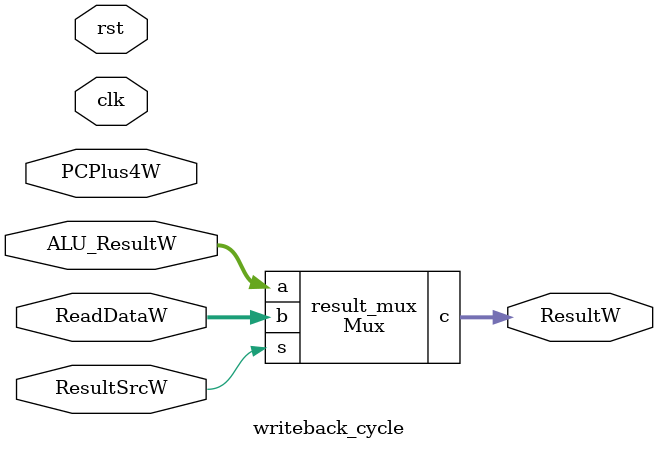
<source format=v>

module ALU(A,B,Result,ALUControl,OverFlow,Carry,Zero,Negative);

    input [31:0]A,B;
    input [2:0]ALUControl;
    output Carry,OverFlow,Zero,Negative;
    output [31:0]Result;

    wire Cout;
    wire [31:0]Sum;

    assign Sum = (ALUControl[0] == 1'b0) ? A + B :
                                          (A + ((~B)+1)) ;
    assign {Cout,Result} = (ALUControl == 3'b000) ? Sum :
                           (ALUControl == 3'b001) ? Sum :
                           (ALUControl == 3'b010) ? A & B :
                           (ALUControl == 3'b011) ? A | B :
                           (ALUControl == 3'b101) ? {{32{1'b0}},(Sum[31])} :
                           {33{1'b0}};
    assign OverFlow = ((Sum[31] ^ A[31]) & 
                      (~(ALUControl[0] ^ B[31] ^ A[31])) &
                      (~ALUControl[1]));
    assign Carry = ((~ALUControl[1]) & Cout);
    assign Zero = &(~Result);
    assign Negative = Result[31];

endmodule

/////////////////////////ALU-DECODER////////////////////////////
module ALU_Decoder(ALUOp,funct3,funct7,op,ALUControl);

    input [1:0]ALUOp;
    input [2:0]funct3;
    input [6:0]funct7,op;
    output [2:0]ALUControl;

    // Method 1 
    // assign ALUControl = (ALUOp == 2'b00) ? 3'b000 :
    //                     (ALUOp == 2'b01) ? 3'b001 :
    //                     (ALUOp == 2'b10) ? ((funct3 == 3'b000) ? ((({op[5],funct7[5]} == 2'b00) | ({op[5],funct7[5]} == 2'b01) | ({op[5],funct7[5]} == 2'b10)) ? 3'b000 : 3'b001) : 
    //                                         (funct3 == 3'b010) ? 3'b101 : 
    //                                         (funct3 == 3'b110) ? 3'b011 : 
    //                                         (funct3 == 3'b111) ? 3'b010 : 3'b000) :
    //                                        3'b000;

    // Method 2
    assign ALUControl = (ALUOp == 2'b00) ? 3'b000 :
                        (ALUOp == 2'b01) ? 3'b001 :
                        ((ALUOp == 2'b10) & (funct3 == 3'b000) & ({op[5],funct7[5]} == 2'b11)) ? 3'b001 : 
                        ((ALUOp == 2'b10) & (funct3 == 3'b000) & ({op[5],funct7[5]} != 2'b11)) ? 3'b000 : 
                        ((ALUOp == 2'b10) & (funct3 == 3'b010)) ? 3'b101 : 
                        ((ALUOp == 2'b10) & (funct3 == 3'b110)) ? 3'b011 : 
                        ((ALUOp == 2'b10) & (funct3 == 3'b111)) ? 3'b010 : 
                                                                  3'b000 ;
endmodule

/////////////////////////////////Control_Unit_Top///////////////////

module Control_Unit_Top(Op,RegWrite,ImmSrc,ALUSrc,MemWrite,ResultSrc,Branch,funct3,funct7,ALUControl);

    input [6:0]Op,funct7;
    input [2:0]funct3;
    output RegWrite,ALUSrc,MemWrite,ResultSrc,Branch;
    output [1:0]ImmSrc;
    output [2:0]ALUControl;

    wire [1:0]ALUOp;

    Main_Decoder Main_Decoder(
                .Op(Op),
                .RegWrite(RegWrite),
                .ImmSrc(ImmSrc),
                .MemWrite(MemWrite),
                .ResultSrc(ResultSrc),
                .Branch(Branch),
                .ALUSrc(ALUSrc),
                .ALUOp(ALUOp)
    );

    ALU_Decoder ALU_Decoder(
                            .ALUOp(ALUOp),
                            .funct3(funct3),
                            .funct7(funct7),
                            .op(Op),
                            .ALUControl(ALUControl)
    );


endmodule

/////////////////////////////Data_Memory////////////////////
module Data_Memory(clk,rst,WE,WD,A,RD);

    input clk,rst,WE;
    input [31:0]A,WD;
    output [31:0]RD;

    reg [31:0] mem [1023:0];

    always @ (posedge clk)
    begin
        if(WE)
            mem[A] <= WD;
    end

    assign RD = (~rst) ? 32'd0 : mem[A];

    initial begin
        mem[0] = 32'h00000000;
        //mem[40] = 32'h00000002;
    end


endmodule

////////////////////////////////Decode_Cyle///////////////
module decode_cycle(clk, rst, InstrD, PCD, PCPlus4D, RegWriteW, RDW, ResultW, RegWriteE, ALUSrcE, MemWriteE, ResultSrcE,
    BranchE,  ALUControlE, RD1_E, RD2_E, Imm_Ext_E, RD_E, PCE, PCPlus4E, RS1_E, RS2_E);

    // Declaring I/O
    input clk, rst, RegWriteW;
    input [4:0] RDW;
    input [31:0] InstrD, PCD, PCPlus4D, ResultW;

    output RegWriteE,ALUSrcE,MemWriteE,ResultSrcE,BranchE;
    output [2:0] ALUControlE;
    output [31:0] RD1_E, RD2_E, Imm_Ext_E;
    output [4:0] RS1_E, RS2_E, RD_E;
    output [31:0] PCE, PCPlus4E;

    // Declare Interim Wires
    wire RegWriteD,ALUSrcD,MemWriteD,ResultSrcD,BranchD;
    wire [1:0] ImmSrcD;
    wire [2:0] ALUControlD;
    wire [31:0] RD1_D, RD2_D, Imm_Ext_D;

    // Declaration of Interim Register
    reg RegWriteD_r,ALUSrcD_r,MemWriteD_r,ResultSrcD_r,BranchD_r;
    reg [2:0] ALUControlD_r;
    reg [31:0] RD1_D_r, RD2_D_r, Imm_Ext_D_r;
    reg [4:0] RD_D_r, RS1_D_r, RS2_D_r;
    reg [31:0] PCD_r, PCPlus4D_r;


    // Initiate the modules
    // Control Unit
    Control_Unit_Top control (
                            .Op(InstrD[6:0]),
                            .RegWrite(RegWriteD),
                            .ImmSrc(ImmSrcD),
                            .ALUSrc(ALUSrcD),
                            .MemWrite(MemWriteD),
                            .ResultSrc(ResultSrcD),
                            .Branch(BranchD),
                            .funct3(InstrD[14:12]),
                            .funct7(InstrD[31:25]),
                            .ALUControl(ALUControlD)
                            );

    // Register File
    Register_File rf (
                        .clk(clk),
                        .rst(rst),
                        .WE3(RegWriteW),
                        .WD3(ResultW),
                        .A1(InstrD[19:15]),
                        .A2(InstrD[24:20]),
                        .A3(RDW),
                        .RD1(RD1_D),
                        .RD2(RD2_D)
                        );

    // Sign Extension
    Sign_Extend extension (
                        .In(InstrD[31:0]),
                        .Imm_Ext(Imm_Ext_D),
                        .ImmSrc(ImmSrcD)
                        );

    // Declaring Register Logic
    always @(posedge clk or negedge rst) begin
        if(rst == 1'b0) begin
            RegWriteD_r <= 1'b0;
            ALUSrcD_r <= 1'b0;
            MemWriteD_r <= 1'b0;
            ResultSrcD_r <= 1'b0;
            BranchD_r <= 1'b0;
            ALUControlD_r <= 3'b000;
            RD1_D_r <= 32'h00000000; 
            RD2_D_r <= 32'h00000000; 
            Imm_Ext_D_r <= 32'h00000000;
            RD_D_r <= 5'h00;
            PCD_r <= 32'h00000000; 
            PCPlus4D_r <= 32'h00000000;
            RS1_D_r <= 5'h00;
            RS2_D_r <= 5'h00;
        end
        else begin
            RegWriteD_r <= RegWriteD;
            ALUSrcD_r <= ALUSrcD;
            MemWriteD_r <= MemWriteD;
            ResultSrcD_r <= ResultSrcD;
            BranchD_r <= BranchD;
            ALUControlD_r <= ALUControlD;
            RD1_D_r <= RD1_D; 
            RD2_D_r <= RD2_D; 
            Imm_Ext_D_r <= Imm_Ext_D;
            RD_D_r <= InstrD[11:7];
            PCD_r <= PCD; 
            PCPlus4D_r <= PCPlus4D;
            RS1_D_r <= InstrD[19:15];
            RS2_D_r <= InstrD[24:20];
        end
    end

    // Output asssign statements
    assign RegWriteE = RegWriteD_r;
    assign ALUSrcE = ALUSrcD_r;
    assign MemWriteE = MemWriteD_r;
    assign ResultSrcE = ResultSrcD_r;
    assign BranchE = BranchD_r;
    assign ALUControlE = ALUControlD_r;
    assign RD1_E = RD1_D_r;
    assign RD2_E = RD2_D_r;
    assign Imm_Ext_E = Imm_Ext_D_r;
    assign RD_E = RD_D_r;
    assign PCE = PCD_r;
    assign PCPlus4E = PCPlus4D_r;
    assign RS1_E = RS1_D_r;
    assign RS2_E = RS2_D_r;

endmodule
//////////////////////////////Execute_Cycle//////////////////////

module execute_cycle(clk, rst, RegWriteE, ALUSrcE, MemWriteE, ResultSrcE, BranchE, ALUControlE, 
    RD1_E, RD2_E, Imm_Ext_E, RD_E, PCE, PCPlus4E, PCSrcE, PCTargetE, RegWriteM, MemWriteM, ResultSrcM, RD_M, PCPlus4M, WriteDataM, ALU_ResultM, ResultW, ForwardA_E, ForwardB_E);

    // Declaration I/Os
    input clk, rst, RegWriteE,ALUSrcE,MemWriteE,ResultSrcE,BranchE;
    input [2:0] ALUControlE;
    input [31:0] RD1_E, RD2_E, Imm_Ext_E;
    input [4:0] RD_E;
    input [31:0] PCE, PCPlus4E;
    input [31:0] ResultW;
    input [1:0] ForwardA_E, ForwardB_E;

    output PCSrcE, RegWriteM, MemWriteM, ResultSrcM;
    output [4:0] RD_M; 
    output [31:0] PCPlus4M, WriteDataM, ALU_ResultM;
    output [31:0] PCTargetE;

    // Declaration of Interim Wires
    wire [31:0] Src_A, Src_B_interim, Src_B;
    wire [31:0] ResultE;
    wire ZeroE;

    // Declaration of Register
    reg RegWriteE_r, MemWriteE_r, ResultSrcE_r;
    reg [4:0] RD_E_r;
    reg [31:0] PCPlus4E_r, RD2_E_r, ResultE_r;

    // Declaration of Modules
    // 3 by 1 Mux for Source A
    Mux_3_by_1 srca_mux (
                        .a(RD1_E),
                        .b(ResultW),
                        .c(ALU_ResultM),
                        .s(ForwardA_E),
                        .d(Src_A)
                        );

    // 3 by 1 Mux for Source B
    Mux_3_by_1 srcb_mux (
                        .a(RD2_E),
                        .b(ResultW),
                        .c(ALU_ResultM),
                        .s(ForwardB_E),
                        .d(Src_B_interim)
                        );
    // ALU Src Mux
    Mux alu_src_mux (
            .a(Src_B_interim),
            .b(Imm_Ext_E),
            .s(ALUSrcE),
            .c(Src_B)
            );

    // ALU Unit
    ALU alu (
            .A(Src_A),
            .B(Src_B),
            .Result(ResultE),
            .ALUControl(ALUControlE),
            .OverFlow(),
            .Carry(),
            .Zero(ZeroE),
            .Negative()
            );

    // Adder
    PC_Adder branch_adder (
            .a(PCE),
            .b(Imm_Ext_E),
            .c(PCTargetE)
            );

    // Register Logic
    always @(posedge clk or negedge rst) begin
        if(rst == 1'b0) begin
            RegWriteE_r <= 1'b0; 
            MemWriteE_r <= 1'b0; 
            ResultSrcE_r <= 1'b0;
            RD_E_r <= 5'h00;
            PCPlus4E_r <= 32'h00000000; 
            RD2_E_r <= 32'h00000000; 
            ResultE_r <= 32'h00000000;
        end
        else begin
            RegWriteE_r <= RegWriteE; 
            MemWriteE_r <= MemWriteE; 
            ResultSrcE_r <= ResultSrcE;
            RD_E_r <= RD_E;
            PCPlus4E_r <= PCPlus4E; 
            RD2_E_r <= Src_B_interim; 
            ResultE_r <= ResultE;
        end
    end

    // Output Assignments
    assign PCSrcE = ZeroE &  BranchE;
    assign RegWriteM = RegWriteE_r;
    assign MemWriteM = MemWriteE_r;
    assign ResultSrcM = ResultSrcE_r;
    assign RD_M = RD_E_r;
    assign PCPlus4M = PCPlus4E_r;
    assign WriteDataM = RD2_E_r;
    assign ALU_ResultM = ResultE_r;

endmodule

/////////////////////////fetch_cycle/////////////////////////

module fetch_cycle(clk, rst, PCSrcE, PCTargetE, InstrD, PCD, PCPlus4D);

    // Declare input & outputs
    input clk, rst;
    input PCSrcE;
    input [31:0] PCTargetE;
    output [31:0] InstrD;
    output [31:0] PCD, PCPlus4D;

    // Declaring interim wires
    wire [31:0] PC_F, PCF, PCPlus4F;
    wire [31:0] InstrF;

    // Declaration of Register
    reg [31:0] InstrF_reg;
    reg [31:0] PCF_reg, PCPlus4F_reg;


    // Initiation of Modules
    // Declare PC Mux
    Mux PC_MUX (.a(PCPlus4F),
                .b(PCTargetE),
                .s(PCSrcE),
                .c(PC_F)
                );

    // Declare PC Counter
    PC_Module Program_Counter (
                .clk(clk),
                .rst(rst),
                .PC(PCF),
                .PC_Next(PC_F)
                );

    // Declare Instruction Memory
    Instruction_Memory IMEM (
                .rst(rst),
                .A(PCF),
                .RD(InstrF)
                );

    // Declare PC adder
    PC_Adder PC_adder (
                .a(PCF),
                .b(32'h00000004),
                .c(PCPlus4F)
                );

    // Fetch Cycle Register Logic
    always @(posedge clk or negedge rst) begin
        if(rst == 1'b0) begin
            InstrF_reg <= 32'h00000000;
            PCF_reg <= 32'h00000000;
            PCPlus4F_reg <= 32'h00000000;
        end
        else begin
            InstrF_reg <= InstrF;
            PCF_reg <= PCF;
            PCPlus4F_reg <= PCPlus4F;
        end
    end


    // Assigning Registers Value to the Output port
    assign  InstrD = (rst == 1'b0) ? 32'h00000000 : InstrF_reg;
    assign  PCD = (rst == 1'b0) ? 32'h00000000 : PCF_reg;
    assign  PCPlus4D = (rst == 1'b0) ? 32'h00000000 : PCPlus4F_reg;


endmodule

/////////////////////////////Hazard_unit////////////////////////////

module hazard_unit(rst, RegWriteM, RegWriteW, RD_M, RD_W, Rs1_E, Rs2_E, ForwardAE, ForwardBE);

    // Declaration of I/Os
    input rst, RegWriteM, RegWriteW;
    input [4:0] RD_M, RD_W, Rs1_E, Rs2_E;
    output [1:0] ForwardAE, ForwardBE;
    
    assign ForwardAE = (rst == 1'b0) ? 2'b00 : 
                       ((RegWriteM == 1'b1) & (RD_M != 5'h00) & (RD_M == Rs1_E)) ? 2'b10 :
                       ((RegWriteW == 1'b1) & (RD_W != 5'h00) & (RD_W == Rs1_E)) ? 2'b01 : 2'b00;
                       
    assign ForwardBE = (rst == 1'b0) ? 2'b00 : 
                       ((RegWriteM == 1'b1) & (RD_M != 5'h00) & (RD_M == Rs2_E)) ? 2'b10 :
                       ((RegWriteW == 1'b1) & (RD_W != 5'h00) & (RD_W == Rs2_E)) ? 2'b01 : 2'b00;

endmodule

///////////////////////////Instruction_Memory////////////////

module Instruction_Memory(rst,A,RD);

  input rst;
  input [31:0]A;
  output [31:0]RD;

  reg [31:0] mem [1023:0];
  
  assign RD = (rst == 1'b0) ? {32{1'b0}} : mem[A[31:2]];

  initial begin
    $readmemh("memfile.hex",mem);
  end


/*
  initial begin
    //mem[0] = 32'hFFC4A303;
    //mem[1] = 32'h00832383;
    // mem[0] = 32'h0064A423;
    // mem[1] = 32'h00B62423;
    mem[0] = 32'h0062E233;
    // mem[1] = 32'h00B62423;

  end
*/
endmodule


/////////////////////////Main_Decoder///////////////////////////

module Main_Decoder(Op,RegWrite,ImmSrc,ALUSrc,MemWrite,ResultSrc,Branch,ALUOp);
    input [6:0]Op;
    output RegWrite,ALUSrc,MemWrite,ResultSrc,Branch;
    output [1:0]ImmSrc,ALUOp;

    assign RegWrite = (Op == 7'b0000011 | Op == 7'b0110011 | Op == 7'b0010011 ) ? 1'b1 :
                                                              1'b0 ;
    assign ImmSrc = (Op == 7'b0100011) ? 2'b01 : 
                    (Op == 7'b1100011) ? 2'b10 :    
                                         2'b00 ;
    assign ALUSrc = (Op == 7'b0000011 | Op == 7'b0100011 | Op == 7'b0010011) ? 1'b1 :
                                                            1'b0 ;
    assign MemWrite = (Op == 7'b0100011) ? 1'b1 :
                                           1'b0 ;
    assign ResultSrc = (Op == 7'b0000011) ? 1'b1 :
                                            1'b0 ;
    assign Branch = (Op == 7'b1100011) ? 1'b1 :
                                         1'b0 ;
    assign ALUOp = (Op == 7'b0110011) ? 2'b10 :
                   (Op == 7'b1100011) ? 2'b01 :
                                        2'b00 ;

endmodule


////////////////////////Memory_Cycle//////////////////////////////

module memory_cycle(clk, rst, RegWriteM, MemWriteM, ResultSrcM, RD_M, PCPlus4M, WriteDataM, 
    ALU_ResultM, RegWriteW, ResultSrcW, RD_W, PCPlus4W, ALU_ResultW, ReadDataW);
    
    // Declaration of I/Os
    input clk, rst, RegWriteM, MemWriteM, ResultSrcM;
    input [4:0] RD_M; 
    input [31:0] PCPlus4M, WriteDataM, ALU_ResultM;

    output RegWriteW, ResultSrcW; 
    output [4:0] RD_W;
    output [31:0] PCPlus4W, ALU_ResultW, ReadDataW;

    // Declaration of Interim Wires
    wire [31:0] ReadDataM;

    // Declaration of Interim Registers
    reg RegWriteM_r, ResultSrcM_r;
    reg [4:0] RD_M_r;
    reg [31:0] PCPlus4M_r, ALU_ResultM_r, ReadDataM_r;

    // Declaration of Module Initiation
    Data_Memory dmem (
                        .clk(clk),
                        .rst(rst),
                        .WE(MemWriteM),
                        .WD(WriteDataM),
                        .A(ALU_ResultM),
                        .RD(ReadDataM)
                    );

    // Memory Stage Register Logic
    always @(posedge clk or negedge rst) begin
        if (rst == 1'b0) begin
            RegWriteM_r <= 1'b0; 
            ResultSrcM_r <= 1'b0;
            RD_M_r <= 5'h00;
            PCPlus4M_r <= 32'h00000000; 
            ALU_ResultM_r <= 32'h00000000; 
            ReadDataM_r <= 32'h00000000;
        end
        else begin
            RegWriteM_r <= RegWriteM; 
            ResultSrcM_r <= ResultSrcM;
            RD_M_r <= RD_M;
            PCPlus4M_r <= PCPlus4M; 
            ALU_ResultM_r <= ALU_ResultM; 
            ReadDataM_r <= ReadDataM;
        end
    end 

    // Declaration of output assignments
    assign RegWriteW = RegWriteM_r;
    assign ResultSrcW = ResultSrcM_r;
    assign RD_W = RD_M_r;
    assign PCPlus4W = PCPlus4M_r;
    assign ALU_ResultW = ALU_ResultM_r;
    assign ReadDataW = ReadDataM_r;

endmodule

///////////////////////////mux//////////////////

module Mux (a,b,s,c);

    input [31:0]a,b;
    input s;
    output [31:0]c;

    assign c = (~s) ? a : b ;
    
endmodule

module Mux_3_by_1 (a,b,c,s,d);
    input [31:0] a,b,c;
    input [1:0] s;
    output [31:0] d;

    assign d = (s == 2'b00) ? a : (s == 2'b01) ? b : (s == 2'b10) ? c : 32'h00000000;
    
endmodule


//////////////////////PC/////////////////////////

module PC_Module(clk,rst,PC,PC_Next);
    input clk,rst;
    input [31:0]PC_Next;
    output [31:0]PC;
    reg [31:0]PC;

    always @(posedge clk)
    begin
        if(rst == 1'b0)
            PC <= {32{1'b0}};
        else
            PC <= PC_Next;
    end
endmodule

////////////////////////PC_Adder////////////////////////
module PC_Adder (a,b,c);

    input [31:0]a,b;
    output [31:0]c;

    assign c = a + b;
    
endmodule



//////////////////////////Pipeline_Top///////////////////////

module Pipeline_top(clk, rst);

    // Declaration of I/O
    input clk, rst;

    // Declaration of Interim Wires
    wire PCSrcE, RegWriteW, RegWriteE, ALUSrcE, MemWriteE, ResultSrcE, BranchE, RegWriteM, MemWriteM, ResultSrcM, ResultSrcW;
    wire [2:0] ALUControlE;
    wire [4:0] RD_E, RD_M, RDW;
    wire [31:0] PCTargetE, InstrD, PCD, PCPlus4D, ResultW, RD1_E, RD2_E, Imm_Ext_E, PCE, PCPlus4E, PCPlus4M, WriteDataM, ALU_ResultM;
    wire [31:0] PCPlus4W, ALU_ResultW, ReadDataW;
    wire [4:0] RS1_E, RS2_E;
    wire [1:0] ForwardBE, ForwardAE;
    

    // Module Initiation
    // Fetch Stage
    fetch_cycle Fetch (
                        .clk(clk), 
                        .rst(rst), 
                        .PCSrcE(PCSrcE), 
                        .PCTargetE(PCTargetE), 
                        .InstrD(InstrD), 
                        .PCD(PCD), 
                        .PCPlus4D(PCPlus4D)
                    );

    // Decode Stage
    decode_cycle Decode (
                        .clk(clk), 
                        .rst(rst), 
                        .InstrD(InstrD), 
                        .PCD(PCD), 
                        .PCPlus4D(PCPlus4D), 
                        .RegWriteW(RegWriteW), 
                        .RDW(RDW), 
                        .ResultW(ResultW), 
                        .RegWriteE(RegWriteE), 
                        .ALUSrcE(ALUSrcE), 
                        .MemWriteE(MemWriteE), 
                        .ResultSrcE(ResultSrcE),
                        .BranchE(BranchE),  
                        .ALUControlE(ALUControlE), 
                        .RD1_E(RD1_E), 
                        .RD2_E(RD2_E), 
                        .Imm_Ext_E(Imm_Ext_E), 
                        .RD_E(RD_E), 
                        .PCE(PCE), 
                        .PCPlus4E(PCPlus4E),
                        .RS1_E(RS1_E),
                        .RS2_E(RS2_E)
                    );

    // Execute Stage
    execute_cycle Execute (
                        .clk(clk), 
                        .rst(rst), 
                        .RegWriteE(RegWriteE), 
                        .ALUSrcE(ALUSrcE), 
                        .MemWriteE(MemWriteE), 
                        .ResultSrcE(ResultSrcE), 
                        .BranchE(BranchE), 
                        .ALUControlE(ALUControlE), 
                        .RD1_E(RD1_E), 
                        .RD2_E(RD2_E), 
                        .Imm_Ext_E(Imm_Ext_E), 
                        .RD_E(RD_E), 
                        .PCE(PCE), 
                        .PCPlus4E(PCPlus4E), 
                        .PCSrcE(PCSrcE), 
                        .PCTargetE(PCTargetE), 
                        .RegWriteM(RegWriteM), 
                        .MemWriteM(MemWriteM), 
                        .ResultSrcM(ResultSrcM), 
                        .RD_M(RD_M), 
                        .PCPlus4M(PCPlus4M), 
                        .WriteDataM(WriteDataM), 
                        .ALU_ResultM(ALU_ResultM),
                        .ResultW(ResultW),
                        .ForwardA_E(ForwardAE),
                        .ForwardB_E(ForwardBE)
                    );
    
    // Memory Stage
    memory_cycle Memory (
                        .clk(clk), 
                        .rst(rst), 
                        .RegWriteM(RegWriteM), 
                        .MemWriteM(MemWriteM), 
                        .ResultSrcM(ResultSrcM), 
                        .RD_M(RD_M), 
                        .PCPlus4M(PCPlus4M), 
                        .WriteDataM(WriteDataM), 
                        .ALU_ResultM(ALU_ResultM), 
                        .RegWriteW(RegWriteW), 
                        .ResultSrcW(ResultSrcW), 
                        .RD_W(RDW), 
                        .PCPlus4W(PCPlus4W), 
                        .ALU_ResultW(ALU_ResultW), 
                        .ReadDataW(ReadDataW)
                    );

    // Write Back Stage
    writeback_cycle WriteBack (
                        .clk(clk), 
                        .rst(rst), 
                        .ResultSrcW(ResultSrcW), 
                        .PCPlus4W(PCPlus4W), 
                        .ALU_ResultW(ALU_ResultW), 
                        .ReadDataW(ReadDataW), 
                        .ResultW(ResultW)
                    );

    // Hazard Unit
    hazard_unit Forwarding_block (
                        .rst(rst), 
                        .RegWriteM(RegWriteM), 
                        .RegWriteW(RegWriteW), 
                        .RD_M(RD_M), 
                        .RD_W(RDW), 
                        .Rs1_E(RS1_E), 
                        .Rs2_E(RS2_E), 
                        .ForwardAE(ForwardAE), 
                        .ForwardBE(ForwardBE)
                        );
endmodule

/////////////////////////Register_File////////////////

module Register_File(clk,rst,WE3,WD3,A1,A2,A3,RD1,RD2);

    input clk,rst,WE3;
    input [4:0]A1,A2,A3;
    input [31:0]WD3;
    output [31:0]RD1,RD2;

    reg [31:0] Register [31:0];

    always @ (posedge clk)
    begin
        if(WE3 & (A3 != 5'h00))
            Register[A3] <= WD3;
    end

    assign RD1 = (rst==1'b0) ? 32'd0 : Register[A1];
    assign RD2 = (rst==1'b0) ? 32'd0 : Register[A2];

    initial begin
        Register[0] = 32'h00000000;
    end

endmodule

//////////////////////////////Sign_Extend////////////////

module Sign_Extend (In,ImmSrc,Imm_Ext);
    input [31:0] In;
    input [1:0] ImmSrc;
    output [31:0] Imm_Ext;

    assign Imm_Ext =  (ImmSrc == 2'b00) ? {{20{In[31]}},In[31:20]} : 
                     (ImmSrc == 2'b01) ? {{20{In[31]}},In[31:25],In[11:7]} : 32'h00000000; 

endmodule

//////////////////////////Writeback_Cycle////////////////////

module writeback_cycle(clk, rst, ResultSrcW, PCPlus4W, ALU_ResultW, ReadDataW, ResultW);

// Declaration of IOs
input clk, rst, ResultSrcW;
input [31:0] PCPlus4W, ALU_ResultW, ReadDataW;

output [31:0] ResultW;

// Declaration of Module
Mux result_mux (    
                .a(ALU_ResultW),
                .b(ReadDataW),
                .s(ResultSrcW),
                .c(ResultW)
                );
endmodule

</source>
